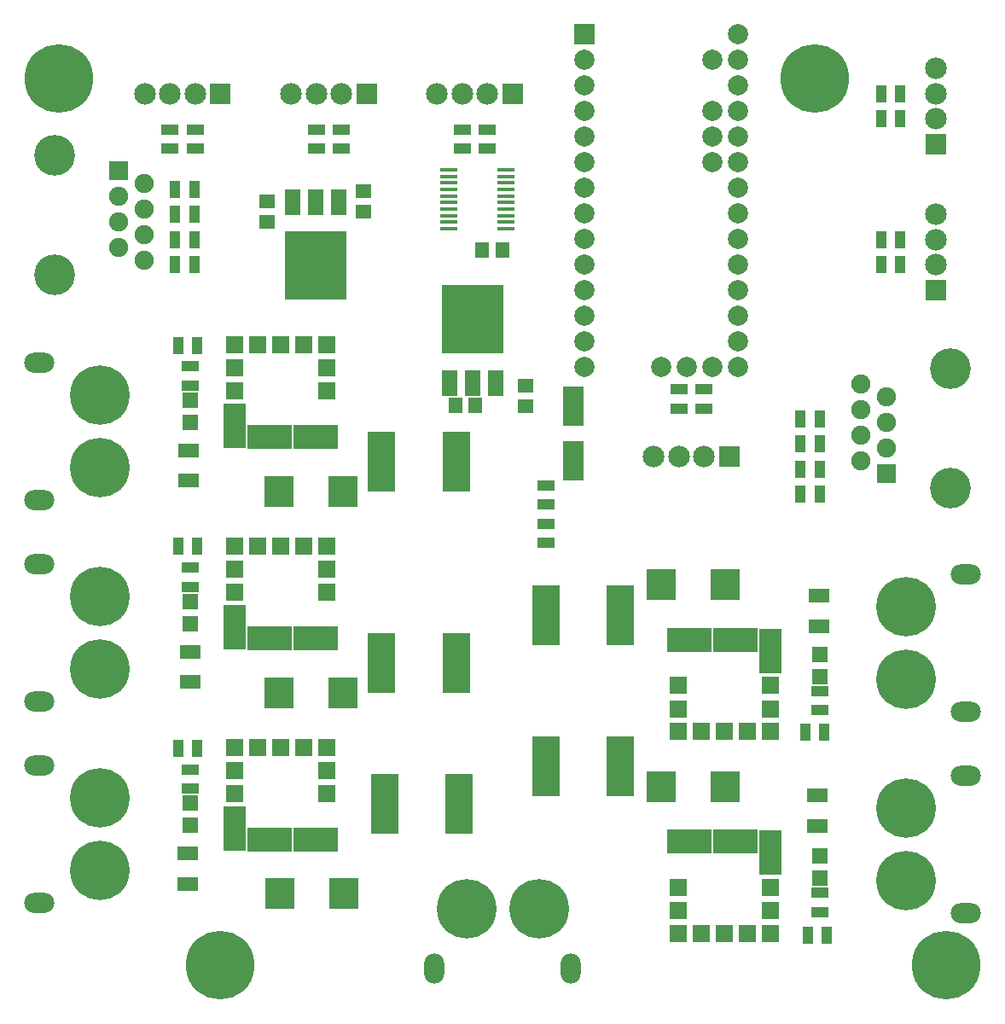
<source format=gbr>
G04 #@! TF.GenerationSoftware,KiCad,Pcbnew,(5.0.0-3-g5ebb6b6)*
G04 #@! TF.CreationDate,2018-10-08T20:22:15-06:00*
G04 #@! TF.ProjectId,LED suit power,4C4544207375697420706F7765722E6B,rev?*
G04 #@! TF.SameCoordinates,Original*
G04 #@! TF.FileFunction,Soldermask,Top*
G04 #@! TF.FilePolarity,Negative*
%FSLAX46Y46*%
G04 Gerber Fmt 4.6, Leading zero omitted, Abs format (unit mm)*
G04 Created by KiCad (PCBNEW (5.0.0-3-g5ebb6b6)) date Monday, October 08, 2018 at 08:22:15 PM*
%MOMM*%
%LPD*%
G01*
G04 APERTURE LIST*
%ADD10C,1.400000*%
%ADD11O,2.000000X3.000000*%
%ADD12C,5.900000*%
%ADD13O,3.000000X2.000000*%
%ADD14R,1.600000X1.600000*%
%ADD15C,6.800000*%
%ADD16C,1.200000*%
%ADD17R,1.700000X1.100000*%
%ADD18C,2.000000*%
%ADD19R,2.000000X2.000000*%
%ADD20R,2.000000X3.900000*%
%ADD21R,1.100000X1.700000*%
%ADD22R,1.650000X1.400000*%
%ADD23R,6.200000X6.800000*%
%ADD24R,1.600000X2.600000*%
%ADD25C,2.150000*%
%ADD26R,2.150000X2.150000*%
%ADD27R,1.400000X1.650000*%
%ADD28C,4.050000*%
%ADD29R,1.900000X1.900000*%
%ADD30C,1.900000*%
%ADD31R,2.000000X1.400000*%
%ADD32R,1.752400X0.452400*%
%ADD33R,2.700000X6.000000*%
%ADD34R,2.950000X3.100000*%
%ADD35R,1.670000X1.670000*%
%ADD36R,4.460000X2.430000*%
%ADD37R,2.180000X4.460000*%
G04 APERTURE END LIST*
D10*
G04 #@! TO.C,J7*
X155000000Y-186950000D03*
X152200000Y-186950000D03*
X152200000Y-189750000D03*
X155000000Y-189750000D03*
X155600000Y-188350000D03*
X151600000Y-188350000D03*
X153600000Y-186350000D03*
X153600000Y-190350000D03*
D11*
X156800000Y-194350000D03*
X143200000Y-194350000D03*
D10*
X147800000Y-189750000D03*
X147800000Y-186950000D03*
X145000000Y-186950000D03*
X145000000Y-189750000D03*
X146400000Y-190350000D03*
X146400000Y-186350000D03*
X144400000Y-188350000D03*
X148400000Y-188350000D03*
D12*
X153600000Y-188350000D03*
X146400000Y-188350000D03*
G04 #@! TD*
D10*
G04 #@! TO.C,J1*
X111400000Y-178800000D03*
X111400000Y-176000000D03*
X108600000Y-176000000D03*
X108600000Y-178800000D03*
X110000000Y-179400000D03*
X110000000Y-175400000D03*
X112000000Y-177400000D03*
X108000000Y-177400000D03*
D13*
X104000000Y-187800000D03*
X104000000Y-174200000D03*
D10*
X108600000Y-186000000D03*
X111400000Y-186000000D03*
X111400000Y-183200000D03*
X108600000Y-183200000D03*
X108000000Y-184600000D03*
X112000000Y-184600000D03*
X110000000Y-182600000D03*
X110000000Y-186600000D03*
D12*
X110000000Y-177400000D03*
X110000000Y-184600000D03*
G04 #@! TD*
G04 #@! TO.C,J2*
X110000000Y-164600000D03*
X110000000Y-157400000D03*
D10*
X110000000Y-166600000D03*
X110000000Y-162600000D03*
X112000000Y-164600000D03*
X108000000Y-164600000D03*
X108600000Y-163200000D03*
X111400000Y-163200000D03*
X111400000Y-166000000D03*
X108600000Y-166000000D03*
D13*
X104000000Y-154200000D03*
X104000000Y-167800000D03*
D10*
X108000000Y-157400000D03*
X112000000Y-157400000D03*
X110000000Y-155400000D03*
X110000000Y-159400000D03*
X108600000Y-158800000D03*
X108600000Y-156000000D03*
X111400000Y-156000000D03*
X111400000Y-158800000D03*
G04 #@! TD*
G04 #@! TO.C,J3*
X111400000Y-138800000D03*
X111400000Y-136000000D03*
X108600000Y-136000000D03*
X108600000Y-138800000D03*
X110000000Y-139400000D03*
X110000000Y-135400000D03*
X112000000Y-137400000D03*
X108000000Y-137400000D03*
D13*
X104000000Y-147800000D03*
X104000000Y-134200000D03*
D10*
X108600000Y-146000000D03*
X111400000Y-146000000D03*
X111400000Y-143200000D03*
X108600000Y-143200000D03*
X108000000Y-144600000D03*
X112000000Y-144600000D03*
X110000000Y-142600000D03*
X110000000Y-146600000D03*
D12*
X110000000Y-137400000D03*
X110000000Y-144600000D03*
G04 #@! TD*
G04 #@! TO.C,J5*
X190000000Y-158400000D03*
X190000000Y-165600000D03*
D10*
X190000000Y-156400000D03*
X190000000Y-160400000D03*
X188000000Y-158400000D03*
X192000000Y-158400000D03*
X191400000Y-159800000D03*
X188600000Y-159800000D03*
X188600000Y-157000000D03*
X191400000Y-157000000D03*
D13*
X196000000Y-168800000D03*
X196000000Y-155200000D03*
D10*
X192000000Y-165600000D03*
X188000000Y-165600000D03*
X190000000Y-167600000D03*
X190000000Y-163600000D03*
X191400000Y-164200000D03*
X191400000Y-167000000D03*
X188600000Y-167000000D03*
X188600000Y-164200000D03*
G04 #@! TD*
G04 #@! TO.C,J6*
X188600000Y-184200000D03*
X188600000Y-187000000D03*
X191400000Y-187000000D03*
X191400000Y-184200000D03*
X190000000Y-183600000D03*
X190000000Y-187600000D03*
X188000000Y-185600000D03*
X192000000Y-185600000D03*
D13*
X196000000Y-175200000D03*
X196000000Y-188800000D03*
D10*
X191400000Y-177000000D03*
X188600000Y-177000000D03*
X188600000Y-179800000D03*
X191400000Y-179800000D03*
X192000000Y-178400000D03*
X188000000Y-178400000D03*
X190000000Y-180400000D03*
X190000000Y-176400000D03*
D12*
X190000000Y-185600000D03*
X190000000Y-178400000D03*
G04 #@! TD*
D14*
G04 #@! TO.C,D2*
X181500000Y-185350000D03*
X181500000Y-183150000D03*
G04 #@! TD*
G04 #@! TO.C,D4*
X119000000Y-160100000D03*
X119000000Y-157900000D03*
G04 #@! TD*
G04 #@! TO.C,D5*
X119000000Y-137900000D03*
X119000000Y-140100000D03*
G04 #@! TD*
G04 #@! TO.C,D1*
X181500000Y-163150000D03*
X181500000Y-165350000D03*
G04 #@! TD*
G04 #@! TO.C,D3*
X119000000Y-177900000D03*
X119000000Y-180100000D03*
G04 #@! TD*
D15*
G04 #@! TO.C,MH4*
X194000000Y-194000000D03*
D16*
X196400000Y-194000000D03*
X195697056Y-195697056D03*
X194000000Y-196400000D03*
X192302944Y-195697056D03*
X191600000Y-194000000D03*
X192302944Y-192302944D03*
X194000000Y-191600000D03*
X195697056Y-192302944D03*
G04 #@! TD*
G04 #@! TO.C,MH2*
X182697056Y-104302944D03*
X181000000Y-103600000D03*
X179302944Y-104302944D03*
X178600000Y-106000000D03*
X179302944Y-107697056D03*
X181000000Y-108400000D03*
X182697056Y-107697056D03*
X183400000Y-106000000D03*
D15*
X181000000Y-106000000D03*
G04 #@! TD*
G04 #@! TO.C,MH1*
X122000000Y-194000000D03*
D16*
X124400000Y-194000000D03*
X123697056Y-195697056D03*
X122000000Y-196400000D03*
X120302944Y-195697056D03*
X119600000Y-194000000D03*
X120302944Y-192302944D03*
X122000000Y-191600000D03*
X123697056Y-192302944D03*
G04 #@! TD*
G04 #@! TO.C,MH3*
X107697056Y-104302944D03*
X106000000Y-103600000D03*
X104302944Y-104302944D03*
X103600000Y-106000000D03*
X104302944Y-107697056D03*
X106000000Y-108400000D03*
X107697056Y-107697056D03*
X108400000Y-106000000D03*
D15*
X106000000Y-106000000D03*
G04 #@! TD*
D17*
G04 #@! TO.C,R28*
X181500000Y-168700000D03*
X181500000Y-166800000D03*
G04 #@! TD*
G04 #@! TO.C,R29*
X181500000Y-186800000D03*
X181500000Y-188700000D03*
G04 #@! TD*
G04 #@! TO.C,R30*
X119000000Y-174550000D03*
X119000000Y-176450000D03*
G04 #@! TD*
G04 #@! TO.C,R31*
X119000000Y-156450000D03*
X119000000Y-154550000D03*
G04 #@! TD*
G04 #@! TO.C,R32*
X119000000Y-134550000D03*
X119000000Y-136450000D03*
G04 #@! TD*
D18*
G04 #@! TO.C,U7*
X165735000Y-134620000D03*
X168275000Y-134620000D03*
X170815000Y-134620000D03*
X173355000Y-134620000D03*
X158115000Y-134620000D03*
X173355000Y-132080000D03*
X173355000Y-129540000D03*
X173355000Y-127000000D03*
X173355000Y-124460000D03*
X173355000Y-121920000D03*
X173355000Y-119380000D03*
X173355000Y-116840000D03*
X173355000Y-114300000D03*
X173355000Y-111760000D03*
X173355000Y-109220000D03*
X173355000Y-106680000D03*
X173355000Y-104140000D03*
X173355000Y-101600000D03*
X170815000Y-104140000D03*
X170815000Y-109220000D03*
X170815000Y-111760000D03*
X170815000Y-114300000D03*
X158115000Y-132080000D03*
X158115000Y-129540000D03*
X158115000Y-127000000D03*
X158115000Y-124460000D03*
X158115000Y-121920000D03*
X158115000Y-119380000D03*
X158115000Y-116840000D03*
X158115000Y-114300000D03*
X158115000Y-111760000D03*
X158115000Y-109220000D03*
X158115000Y-106680000D03*
X158115000Y-104140000D03*
D19*
X158115000Y-101600000D03*
G04 #@! TD*
D20*
G04 #@! TO.C,C16*
X157000000Y-143950000D03*
X157000000Y-138550000D03*
G04 #@! TD*
D17*
G04 #@! TO.C,R21*
X170000000Y-138750000D03*
X170000000Y-136850000D03*
G04 #@! TD*
G04 #@! TO.C,R23*
X131500000Y-112950000D03*
X131500000Y-111050000D03*
G04 #@! TD*
G04 #@! TO.C,R22*
X146000000Y-111050000D03*
X146000000Y-112950000D03*
G04 #@! TD*
G04 #@! TO.C,R12*
X148500000Y-112950000D03*
X148500000Y-111050000D03*
G04 #@! TD*
G04 #@! TO.C,R24*
X117000000Y-111050000D03*
X117000000Y-112950000D03*
G04 #@! TD*
D21*
G04 #@! TO.C,R25*
X187550000Y-122000000D03*
X189450000Y-122000000D03*
G04 #@! TD*
G04 #@! TO.C,R26*
X189450000Y-107500000D03*
X187550000Y-107500000D03*
G04 #@! TD*
D17*
G04 #@! TO.C,R27*
X167500000Y-136850000D03*
X167500000Y-138750000D03*
G04 #@! TD*
G04 #@! TO.C,R17*
X134000000Y-111050000D03*
X134000000Y-112950000D03*
G04 #@! TD*
G04 #@! TO.C,R18*
X119500000Y-112950000D03*
X119500000Y-111050000D03*
G04 #@! TD*
D21*
G04 #@! TO.C,R19*
X189450000Y-124500000D03*
X187550000Y-124500000D03*
G04 #@! TD*
G04 #@! TO.C,R20*
X187550000Y-110000000D03*
X189450000Y-110000000D03*
G04 #@! TD*
D22*
G04 #@! TO.C,C11*
X126600000Y-118200000D03*
X126600000Y-120200000D03*
G04 #@! TD*
G04 #@! TO.C,C4*
X136200000Y-117200000D03*
X136200000Y-119200000D03*
G04 #@! TD*
D23*
G04 #@! TO.C,U4*
X131474999Y-124575001D03*
D24*
X129194999Y-118275001D03*
X131474999Y-118275001D03*
X133754999Y-118275001D03*
G04 #@! TD*
D25*
G04 #@! TO.C,J16*
X165000000Y-143500000D03*
X167500000Y-143500000D03*
X170000000Y-143500000D03*
D26*
X172500000Y-143500000D03*
G04 #@! TD*
G04 #@! TO.C,J4*
X151000000Y-107500000D03*
D25*
X148500000Y-107500000D03*
X146000000Y-107500000D03*
X143500000Y-107500000D03*
G04 #@! TD*
G04 #@! TO.C,J12*
X129000000Y-107500000D03*
X131500000Y-107500000D03*
X134000000Y-107500000D03*
D26*
X136500000Y-107500000D03*
G04 #@! TD*
G04 #@! TO.C,J13*
X122000000Y-107500000D03*
D25*
X119500000Y-107500000D03*
X117000000Y-107500000D03*
X114500000Y-107500000D03*
G04 #@! TD*
G04 #@! TO.C,J14*
X193000000Y-119500000D03*
X193000000Y-122000000D03*
X193000000Y-124500000D03*
D26*
X193000000Y-127000000D03*
G04 #@! TD*
D25*
G04 #@! TO.C,J15*
X193000000Y-105000000D03*
X193000000Y-107500000D03*
X193000000Y-110000000D03*
D26*
X193000000Y-112500000D03*
G04 #@! TD*
D27*
G04 #@! TO.C,C7*
X150000000Y-123000000D03*
X148000000Y-123000000D03*
G04 #@! TD*
D22*
G04 #@! TO.C,C15*
X152250000Y-136500000D03*
X152250000Y-138500000D03*
G04 #@! TD*
D28*
G04 #@! TO.C,J9*
X105501222Y-125516787D03*
X105501222Y-113646787D03*
D29*
X111851222Y-115136787D03*
D30*
X114391222Y-116406787D03*
X111851222Y-117676787D03*
X114391222Y-118946787D03*
X111851222Y-120216787D03*
X114391222Y-121486787D03*
X111851222Y-122756787D03*
X114391222Y-124026787D03*
G04 #@! TD*
D17*
G04 #@! TO.C,R15*
X154305000Y-152080000D03*
X154305000Y-150180000D03*
G04 #@! TD*
G04 #@! TO.C,R16*
X154305000Y-146370000D03*
X154305000Y-148270000D03*
G04 #@! TD*
D27*
G04 #@! TO.C,C14*
X147300000Y-138400000D03*
X145300000Y-138400000D03*
G04 #@! TD*
D24*
G04 #@! TO.C,U9*
X144720000Y-136200000D03*
X147000000Y-136200000D03*
X149280000Y-136200000D03*
D23*
X147000000Y-129900000D03*
G04 #@! TD*
D31*
G04 #@! TO.C,C8*
X118750000Y-185900000D03*
X118750000Y-182900000D03*
G04 #@! TD*
G04 #@! TO.C,C9*
X119000000Y-162900000D03*
X119000000Y-165900000D03*
G04 #@! TD*
G04 #@! TO.C,C10*
X118800000Y-142900000D03*
X118800000Y-145900000D03*
G04 #@! TD*
G04 #@! TO.C,C12*
X181400000Y-160350000D03*
X181400000Y-157350000D03*
G04 #@! TD*
G04 #@! TO.C,C13*
X181200000Y-180150000D03*
X181200000Y-177150000D03*
G04 #@! TD*
D21*
G04 #@! TO.C,R9*
X119695000Y-172500000D03*
X117795000Y-172500000D03*
G04 #@! TD*
G04 #@! TO.C,R10*
X119695000Y-152400000D03*
X117795000Y-152400000D03*
G04 #@! TD*
G04 #@! TO.C,R11*
X119695000Y-132500000D03*
X117795000Y-132500000D03*
G04 #@! TD*
G04 #@! TO.C,R13*
X180025000Y-170875000D03*
X181925000Y-170875000D03*
G04 #@! TD*
G04 #@! TO.C,R14*
X180300000Y-191000000D03*
X182200000Y-191000000D03*
G04 #@! TD*
D32*
G04 #@! TO.C,U8*
X144700000Y-115075000D03*
X144700000Y-115725000D03*
X150300000Y-117675000D03*
X150300000Y-118325000D03*
X150300000Y-118975000D03*
X150300000Y-119625000D03*
X150300000Y-120275000D03*
X150300000Y-120925000D03*
X150300000Y-117025000D03*
X150300000Y-116375000D03*
X150300000Y-115725000D03*
X150300000Y-115075000D03*
X144700000Y-116375000D03*
X144700000Y-117025000D03*
X144700000Y-117675000D03*
X144700000Y-118325000D03*
X144700000Y-118975000D03*
X144700000Y-119625000D03*
X144700000Y-120925000D03*
X144700000Y-120275000D03*
G04 #@! TD*
D28*
G04 #@! TO.C,J8*
X194435001Y-134798343D03*
X194435001Y-146668343D03*
D29*
X188085001Y-145178343D03*
D30*
X185545001Y-143908343D03*
X188085001Y-142638343D03*
X185545001Y-141368343D03*
X188085001Y-140098343D03*
X185545001Y-138828343D03*
X188085001Y-137558343D03*
X185545001Y-136288343D03*
G04 #@! TD*
D21*
G04 #@! TO.C,R1*
X181450000Y-139763344D03*
X179550000Y-139763344D03*
G04 #@! TD*
G04 #@! TO.C,R2*
X181450000Y-142213344D03*
X179550000Y-142213344D03*
G04 #@! TD*
G04 #@! TO.C,R3*
X181450000Y-144763344D03*
X179550000Y-144763344D03*
G04 #@! TD*
G04 #@! TO.C,R4*
X181450000Y-147263344D03*
X179550000Y-147263344D03*
G04 #@! TD*
G04 #@! TO.C,R5*
X117486223Y-124481786D03*
X119386223Y-124481786D03*
G04 #@! TD*
G04 #@! TO.C,R6*
X117486223Y-121981786D03*
X119386223Y-121981786D03*
G04 #@! TD*
G04 #@! TO.C,R7*
X117486223Y-119481786D03*
X119386223Y-119481786D03*
G04 #@! TD*
G04 #@! TO.C,R8*
X117486223Y-116981786D03*
X119386223Y-116981786D03*
G04 #@! TD*
D33*
G04 #@! TO.C,F5*
X154300000Y-159250000D03*
X161700000Y-159250000D03*
G04 #@! TD*
D34*
G04 #@! TO.C,C6*
X165720000Y-176250000D03*
X172070000Y-176250000D03*
G04 #@! TD*
G04 #@! TO.C,C5*
X165720000Y-156250000D03*
X172070000Y-156250000D03*
G04 #@! TD*
G04 #@! TO.C,C3*
X134180000Y-147000000D03*
X127830000Y-147000000D03*
G04 #@! TD*
G04 #@! TO.C,C2*
X134180000Y-167000000D03*
X127830000Y-167000000D03*
G04 #@! TD*
G04 #@! TO.C,C1*
X134280000Y-186900000D03*
X127930000Y-186900000D03*
G04 #@! TD*
D33*
G04 #@! TO.C,F6*
X154300000Y-174250000D03*
X161700000Y-174250000D03*
G04 #@! TD*
G04 #@! TO.C,F3*
X145400000Y-144000000D03*
X138000000Y-144000000D03*
G04 #@! TD*
G04 #@! TO.C,F2*
X145400000Y-164000000D03*
X138000000Y-164000000D03*
G04 #@! TD*
G04 #@! TO.C,F1*
X145700000Y-178000000D03*
X138300000Y-178000000D03*
G04 #@! TD*
D35*
G04 #@! TO.C,U6*
X167430000Y-186250000D03*
X176570000Y-186250000D03*
D36*
X168570000Y-181680000D03*
X173140000Y-181680000D03*
D37*
X176570000Y-182820000D03*
D35*
X167430000Y-188540000D03*
X167430000Y-190820000D03*
X169710000Y-190820000D03*
X172000000Y-190820000D03*
X174290000Y-190820000D03*
X176570000Y-190820000D03*
X176570000Y-188540000D03*
G04 #@! TD*
G04 #@! TO.C,U5*
X167430000Y-166250000D03*
X176570000Y-166250000D03*
D36*
X168570000Y-161680000D03*
X173140000Y-161680000D03*
D37*
X176570000Y-162820000D03*
D35*
X167430000Y-168540000D03*
X167430000Y-170820000D03*
X169710000Y-170820000D03*
X172000000Y-170820000D03*
X174290000Y-170820000D03*
X176570000Y-170820000D03*
X176570000Y-168540000D03*
G04 #@! TD*
G04 #@! TO.C,U3*
X132570000Y-137000000D03*
X123430000Y-137000000D03*
D36*
X131430000Y-141570000D03*
X126860000Y-141570000D03*
D37*
X123430000Y-140430000D03*
D35*
X132570000Y-134710000D03*
X132570000Y-132430000D03*
X130290000Y-132430000D03*
X128000000Y-132430000D03*
X125710000Y-132430000D03*
X123430000Y-132430000D03*
X123430000Y-134710000D03*
G04 #@! TD*
G04 #@! TO.C,U2*
X132570000Y-157000000D03*
X123430000Y-157000000D03*
D36*
X131430000Y-161570000D03*
X126860000Y-161570000D03*
D37*
X123430000Y-160430000D03*
D35*
X132570000Y-154710000D03*
X132570000Y-152430000D03*
X130290000Y-152430000D03*
X128000000Y-152430000D03*
X125710000Y-152430000D03*
X123430000Y-152430000D03*
X123430000Y-154710000D03*
G04 #@! TD*
G04 #@! TO.C,U1*
X132570000Y-177000000D03*
X123430000Y-177000000D03*
D36*
X131430000Y-181570000D03*
X126860000Y-181570000D03*
D37*
X123430000Y-180430000D03*
D35*
X132570000Y-174710000D03*
X132570000Y-172430000D03*
X130290000Y-172430000D03*
X128000000Y-172430000D03*
X125710000Y-172430000D03*
X123430000Y-172430000D03*
X123430000Y-174710000D03*
G04 #@! TD*
M02*

</source>
